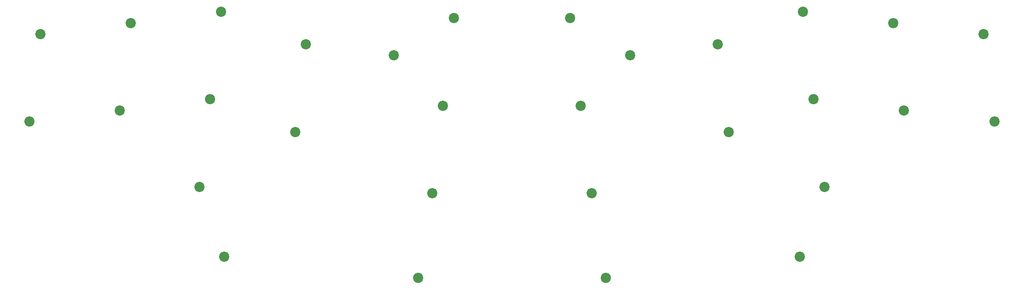
<source format=gbs>
G04 #@! TF.GenerationSoftware,KiCad,Pcbnew,7.0.10-7.0.10~ubuntu23.04.1*
G04 #@! TF.CreationDate,2024-02-06T18:49:26+00:00*
G04 #@! TF.ProjectId,le_capybara_plate,6c655f63-6170-4796-9261-72615f706c61,v0.1*
G04 #@! TF.SameCoordinates,PX8bd8a70PY50733a9*
G04 #@! TF.FileFunction,Soldermask,Bot*
G04 #@! TF.FilePolarity,Negative*
%FSLAX46Y46*%
G04 Gerber Fmt 4.6, Leading zero omitted, Abs format (unit mm)*
G04 Created by KiCad (PCBNEW 7.0.10-7.0.10~ubuntu23.04.1) date 2024-02-06 18:49:26*
%MOMM*%
%LPD*%
G01*
G04 APERTURE LIST*
%ADD10C,2.200000*%
G04 APERTURE END LIST*
D10*
X166860803Y-136750673D03*
X159168967Y-80607062D03*
X126418141Y-136750673D03*
X81574451Y-98147837D03*
X231186730Y-100554051D03*
X129466755Y-118423073D03*
X42603801Y-102959440D03*
X248353525Y-84051435D03*
X209376715Y-79240650D03*
X163812189Y-118423073D03*
X191049112Y-86289267D03*
X64413824Y-81646043D03*
X99902051Y-105196455D03*
X250675141Y-102959438D03*
X161490576Y-99515068D03*
X83902227Y-79240652D03*
X134109977Y-80607062D03*
X79252841Y-117055846D03*
X84602132Y-132107454D03*
X172147274Y-88610059D03*
X102229832Y-86289267D03*
X214026101Y-117055844D03*
X228865120Y-81646043D03*
X208676810Y-132107452D03*
X131788368Y-99515068D03*
X193376891Y-105196453D03*
X44925417Y-84051437D03*
X211704491Y-98147835D03*
X121131668Y-88610061D03*
X62092212Y-100554053D03*
M02*

</source>
